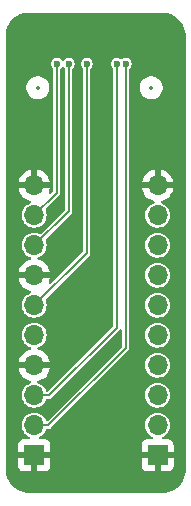
<source format=gbl>
%TF.GenerationSoftware,KiCad,Pcbnew,8.0.1*%
%TF.CreationDate,2024-05-08T00:25:35+01:00*%
%TF.ProjectId,hexpansion-breadboard-adapter,68657870-616e-4736-996f-6e2d62726561,rev?*%
%TF.SameCoordinates,Original*%
%TF.FileFunction,Copper,L2,Bot*%
%TF.FilePolarity,Positive*%
%FSLAX46Y46*%
G04 Gerber Fmt 4.6, Leading zero omitted, Abs format (unit mm)*
G04 Created by KiCad (PCBNEW 8.0.1) date 2024-05-08 00:25:35*
%MOMM*%
%LPD*%
G01*
G04 APERTURE LIST*
%TA.AperFunction,ComponentPad*%
%ADD10R,1.700000X1.700000*%
%TD*%
%TA.AperFunction,ComponentPad*%
%ADD11O,1.700000X1.700000*%
%TD*%
%TA.AperFunction,ViaPad*%
%ADD12C,0.600000*%
%TD*%
%TA.AperFunction,Conductor*%
%ADD13C,0.200000*%
%TD*%
%ADD14C,0.300000*%
%ADD15C,0.350000*%
G04 APERTURE END LIST*
D10*
%TO.P,J3,1,Pin_1*%
%TO.N,/GND*%
X76072997Y-88264999D03*
D11*
%TO.P,J3,2,Pin_2*%
%TO.N,/AH1*%
X76072997Y-85724999D03*
%TO.P,J3,3,Pin_3*%
%TO.N,/AH2*%
X76072997Y-83184999D03*
%TO.P,J3,4,Pin_4*%
%TO.N,/GND*%
X76072997Y-80644999D03*
%TO.P,J3,5,Pin_5*%
%TO.N,/PORTA_3V3*%
X76072997Y-78104999D03*
%TO.P,J3,6,Pin_6*%
X76072997Y-75564999D03*
%TO.P,J3,7,Pin_7*%
%TO.N,/GND*%
X76072997Y-73024999D03*
%TO.P,J3,8,Pin_8*%
%TO.N,/AH3*%
X76072997Y-70484999D03*
%TO.P,J3,9,Pin_9*%
%TO.N,/AH4*%
X76072997Y-67944999D03*
%TO.P,J3,10,Pin_10*%
%TO.N,/GND*%
X76072997Y-65404999D03*
%TD*%
D10*
%TO.P,J2,1,Pin_1*%
%TO.N,/GND*%
X86514997Y-88265001D03*
D11*
%TO.P,J2,2,Pin_2*%
%TO.N,/ALS1*%
X86514997Y-85725001D03*
%TO.P,J2,3,Pin_3*%
%TO.N,/ALS2*%
X86514997Y-83185001D03*
%TO.P,J2,4,Pin_4*%
%TO.N,/SDA_A*%
X86514997Y-80645001D03*
%TO.P,J2,5,Pin_5*%
%TO.N,/SCL_A*%
X86514997Y-78105001D03*
%TO.P,J2,6,Pin_6*%
%TO.N,/A_NDET*%
X86514997Y-75565001D03*
%TO.P,J2,7,Pin_7*%
%TO.N,/ALS3*%
X86514997Y-73025001D03*
%TO.P,J2,8,Pin_8*%
%TO.N,/ALS4*%
X86514997Y-70485001D03*
%TO.P,J2,9,Pin_9*%
%TO.N,/ALS5*%
X86514997Y-67945001D03*
%TO.P,J2,10,Pin_10*%
%TO.N,/GND*%
X86514997Y-65405001D03*
%TD*%
D12*
%TO.N,/AH1*%
X83820000Y-55118000D03*
%TO.N,/AH2*%
X83058000Y-55118000D03*
%TO.N,/PORTA_3V3*%
X80518000Y-55118000D03*
%TO.N,/AH3*%
X78994000Y-55118000D03*
%TO.N,/AH4*%
X77978000Y-55118000D03*
%TD*%
D13*
%TO.N,/AH1*%
X77275078Y-85724999D02*
X76072997Y-85724999D01*
X83820000Y-79180077D02*
X77275078Y-85724999D01*
X83820000Y-55118000D02*
X83820000Y-79180077D01*
%TO.N,/AH2*%
X77343001Y-83184999D02*
X76072997Y-83184999D01*
X83058000Y-77470000D02*
X77343001Y-83184999D01*
X83058000Y-55118000D02*
X83058000Y-77470000D01*
%TO.N,/PORTA_3V3*%
X80518000Y-55118000D02*
X80518000Y-71119996D01*
X80518000Y-71119996D02*
X76072997Y-75564999D01*
%TO.N,/AH3*%
X76072997Y-70484999D02*
X78994000Y-67563996D01*
X78994000Y-67563996D02*
X78994000Y-55118000D01*
%TO.N,/AH4*%
X77978000Y-66039996D02*
X76072997Y-67944999D01*
X77978000Y-55118000D02*
X77978000Y-66039996D01*
%TD*%
%TA.AperFunction,Conductor*%
%TO.N,/GND*%
G36*
X86998437Y-50800194D02*
G01*
X87125420Y-50807326D01*
X87140430Y-50809091D01*
X87396467Y-50855180D01*
X87413184Y-50859409D01*
X87583431Y-50915332D01*
X87659305Y-50940255D01*
X87675284Y-50946767D01*
X87907806Y-51060998D01*
X87922722Y-51069663D01*
X88137135Y-51215069D01*
X88150708Y-51225725D01*
X88342852Y-51399482D01*
X88354809Y-51411912D01*
X88520988Y-51610678D01*
X88531092Y-51624633D01*
X88668068Y-51844543D01*
X88676145Y-51859781D01*
X88781258Y-52096559D01*
X88787145Y-52112780D01*
X88858369Y-52361853D01*
X88861948Y-52378733D01*
X88898058Y-52636365D01*
X88899239Y-52651433D01*
X88901478Y-52780934D01*
X88901497Y-52783083D01*
X88900000Y-89533912D01*
X88899980Y-89536119D01*
X88897711Y-89663315D01*
X88896469Y-89678750D01*
X88860103Y-89931677D01*
X88856342Y-89948964D01*
X88784667Y-90193070D01*
X88778484Y-90209648D01*
X88672798Y-90441066D01*
X88664320Y-90456593D01*
X88526774Y-90670620D01*
X88516171Y-90684784D01*
X88349566Y-90877056D01*
X88337056Y-90889566D01*
X88144784Y-91056171D01*
X88130620Y-91066774D01*
X87916593Y-91204320D01*
X87901066Y-91212798D01*
X87669648Y-91318484D01*
X87653070Y-91324667D01*
X87408964Y-91396342D01*
X87391677Y-91400103D01*
X87138750Y-91436469D01*
X87123315Y-91437711D01*
X86999693Y-91439916D01*
X86996120Y-91439980D01*
X86993910Y-91440000D01*
X75643082Y-91440000D01*
X75640979Y-91439982D01*
X75635048Y-91439881D01*
X75508260Y-91437729D01*
X75492720Y-91436485D01*
X75228941Y-91398564D01*
X75211652Y-91394803D01*
X74956962Y-91320022D01*
X74940386Y-91313840D01*
X74733543Y-91219381D01*
X74698938Y-91203578D01*
X74683411Y-91195100D01*
X74460110Y-91051594D01*
X74445946Y-91040991D01*
X74245343Y-90867168D01*
X74232833Y-90854658D01*
X74059009Y-90654054D01*
X74048407Y-90639890D01*
X73904901Y-90416590D01*
X73896424Y-90401068D01*
X73786160Y-90159615D01*
X73779977Y-90143039D01*
X73722994Y-89948964D01*
X73705194Y-89888341D01*
X73701436Y-89871059D01*
X73673789Y-89678750D01*
X73663513Y-89607274D01*
X73662270Y-89591740D01*
X73661703Y-89558353D01*
X73660018Y-89459023D01*
X73660000Y-89456919D01*
X73660000Y-89162843D01*
X74722997Y-89162843D01*
X74729398Y-89222371D01*
X74729400Y-89222378D01*
X74779642Y-89357085D01*
X74779646Y-89357092D01*
X74865806Y-89472186D01*
X74865809Y-89472189D01*
X74980903Y-89558349D01*
X74980910Y-89558353D01*
X75115617Y-89608595D01*
X75115624Y-89608597D01*
X75175152Y-89614998D01*
X75175169Y-89614999D01*
X75822997Y-89614999D01*
X75822997Y-88698011D01*
X75880004Y-88730924D01*
X76007171Y-88764999D01*
X76138823Y-88764999D01*
X76265990Y-88730924D01*
X76322997Y-88698011D01*
X76322997Y-89614999D01*
X76970825Y-89614999D01*
X76970841Y-89614998D01*
X77030369Y-89608597D01*
X77030376Y-89608595D01*
X77165083Y-89558353D01*
X77165090Y-89558349D01*
X77280184Y-89472189D01*
X77280187Y-89472186D01*
X77366347Y-89357092D01*
X77366351Y-89357085D01*
X77416593Y-89222378D01*
X77416595Y-89222371D01*
X77422996Y-89162845D01*
X85164997Y-89162845D01*
X85171398Y-89222373D01*
X85171400Y-89222380D01*
X85221642Y-89357087D01*
X85221646Y-89357094D01*
X85307806Y-89472188D01*
X85307809Y-89472191D01*
X85422903Y-89558351D01*
X85422910Y-89558355D01*
X85557617Y-89608597D01*
X85557624Y-89608599D01*
X85617152Y-89615000D01*
X85617169Y-89615001D01*
X86264997Y-89615001D01*
X86264997Y-88698013D01*
X86322004Y-88730926D01*
X86449171Y-88765001D01*
X86580823Y-88765001D01*
X86707990Y-88730926D01*
X86764997Y-88698013D01*
X86764997Y-89615001D01*
X87412825Y-89615001D01*
X87412841Y-89615000D01*
X87472369Y-89608599D01*
X87472376Y-89608597D01*
X87607083Y-89558355D01*
X87607090Y-89558351D01*
X87722184Y-89472191D01*
X87722187Y-89472188D01*
X87808347Y-89357094D01*
X87808351Y-89357087D01*
X87858593Y-89222380D01*
X87858595Y-89222373D01*
X87864996Y-89162845D01*
X87864997Y-89162828D01*
X87864997Y-88515001D01*
X86948009Y-88515001D01*
X86980922Y-88457994D01*
X87014997Y-88330827D01*
X87014997Y-88199175D01*
X86980922Y-88072008D01*
X86948009Y-88015001D01*
X87864997Y-88015001D01*
X87864997Y-87367173D01*
X87864996Y-87367156D01*
X87858595Y-87307628D01*
X87858593Y-87307621D01*
X87808351Y-87172914D01*
X87808347Y-87172907D01*
X87722187Y-87057813D01*
X87722184Y-87057810D01*
X87607090Y-86971650D01*
X87607083Y-86971646D01*
X87472376Y-86921404D01*
X87472369Y-86921402D01*
X87412841Y-86915001D01*
X87012184Y-86915001D01*
X86945145Y-86895316D01*
X86899390Y-86842512D01*
X86889446Y-86773354D01*
X86918471Y-86709798D01*
X86953730Y-86681643D01*
X86953734Y-86681641D01*
X87101447Y-86602686D01*
X87261407Y-86471411D01*
X87392682Y-86311451D01*
X87490229Y-86128955D01*
X87550297Y-85930935D01*
X87570580Y-85725001D01*
X87550297Y-85519067D01*
X87490229Y-85321047D01*
X87392682Y-85138551D01*
X87340699Y-85075210D01*
X87261407Y-84978590D01*
X87101449Y-84847318D01*
X87101450Y-84847318D01*
X87101447Y-84847316D01*
X86918951Y-84749769D01*
X86720931Y-84689701D01*
X86720929Y-84689700D01*
X86720931Y-84689700D01*
X86514997Y-84669418D01*
X86309064Y-84689700D01*
X86133689Y-84742899D01*
X86111047Y-84749768D01*
X86111040Y-84749770D01*
X86000895Y-84808644D01*
X85928547Y-84847316D01*
X85928545Y-84847317D01*
X85928544Y-84847318D01*
X85768586Y-84978590D01*
X85637314Y-85138548D01*
X85539766Y-85321044D01*
X85479696Y-85519068D01*
X85459414Y-85725001D01*
X85479696Y-85930933D01*
X85490171Y-85965463D01*
X85539765Y-86128955D01*
X85637312Y-86311451D01*
X85637314Y-86311453D01*
X85768586Y-86471411D01*
X85865206Y-86550703D01*
X85928547Y-86602686D01*
X86076260Y-86681641D01*
X86076264Y-86681643D01*
X86126108Y-86730606D01*
X86141568Y-86798744D01*
X86117736Y-86864423D01*
X86062178Y-86906792D01*
X86017810Y-86915001D01*
X85617152Y-86915001D01*
X85557624Y-86921402D01*
X85557617Y-86921404D01*
X85422910Y-86971646D01*
X85422903Y-86971650D01*
X85307809Y-87057810D01*
X85307806Y-87057813D01*
X85221646Y-87172907D01*
X85221642Y-87172914D01*
X85171400Y-87307621D01*
X85171398Y-87307628D01*
X85164997Y-87367156D01*
X85164997Y-88015001D01*
X86081985Y-88015001D01*
X86049072Y-88072008D01*
X86014997Y-88199175D01*
X86014997Y-88330827D01*
X86049072Y-88457994D01*
X86081985Y-88515001D01*
X85164997Y-88515001D01*
X85164997Y-89162845D01*
X77422996Y-89162845D01*
X77422996Y-89162843D01*
X77422997Y-89162826D01*
X77422997Y-88514999D01*
X76506009Y-88514999D01*
X76538922Y-88457992D01*
X76572997Y-88330825D01*
X76572997Y-88199173D01*
X76538922Y-88072006D01*
X76506009Y-88014999D01*
X77422997Y-88014999D01*
X77422997Y-87367171D01*
X77422996Y-87367154D01*
X77416595Y-87307626D01*
X77416593Y-87307619D01*
X77366351Y-87172912D01*
X77366347Y-87172905D01*
X77280187Y-87057811D01*
X77280184Y-87057808D01*
X77165090Y-86971648D01*
X77165083Y-86971644D01*
X77030376Y-86921402D01*
X77030369Y-86921400D01*
X76970841Y-86914999D01*
X76570184Y-86914999D01*
X76503145Y-86895314D01*
X76457390Y-86842510D01*
X76447446Y-86773352D01*
X76476471Y-86709796D01*
X76511730Y-86681641D01*
X76659447Y-86602684D01*
X76819407Y-86471409D01*
X76950682Y-86311449D01*
X77048229Y-86128953D01*
X77052916Y-86113502D01*
X77091214Y-86055064D01*
X77155027Y-86026608D01*
X77171576Y-86025499D01*
X77314638Y-86025499D01*
X77314640Y-86025499D01*
X77391067Y-86005020D01*
X77459589Y-85965459D01*
X77515538Y-85909510D01*
X80240047Y-83185001D01*
X85459414Y-83185001D01*
X85479696Y-83390933D01*
X85490171Y-83425463D01*
X85539765Y-83588955D01*
X85637312Y-83771451D01*
X85637314Y-83771453D01*
X85768586Y-83931411D01*
X85865206Y-84010703D01*
X85928547Y-84062686D01*
X86111043Y-84160233D01*
X86309063Y-84220301D01*
X86309062Y-84220301D01*
X86327526Y-84222119D01*
X86514997Y-84240584D01*
X86720931Y-84220301D01*
X86918951Y-84160233D01*
X87101447Y-84062686D01*
X87261407Y-83931411D01*
X87392682Y-83771451D01*
X87490229Y-83588955D01*
X87550297Y-83390935D01*
X87570580Y-83185001D01*
X87550297Y-82979067D01*
X87490229Y-82781047D01*
X87392682Y-82598551D01*
X87340699Y-82535210D01*
X87261407Y-82438590D01*
X87101449Y-82307318D01*
X87101450Y-82307318D01*
X87101447Y-82307316D01*
X86918951Y-82209769D01*
X86720931Y-82149701D01*
X86720929Y-82149700D01*
X86720931Y-82149700D01*
X86514997Y-82129418D01*
X86309064Y-82149700D01*
X86177558Y-82189592D01*
X86111047Y-82209768D01*
X86111040Y-82209770D01*
X86000895Y-82268644D01*
X85928547Y-82307316D01*
X85928545Y-82307317D01*
X85928544Y-82307318D01*
X85768586Y-82438590D01*
X85637314Y-82598548D01*
X85539766Y-82781044D01*
X85479696Y-82979068D01*
X85459414Y-83185001D01*
X80240047Y-83185001D01*
X82780047Y-80645001D01*
X85459414Y-80645001D01*
X85479696Y-80850933D01*
X85509731Y-80949945D01*
X85539765Y-81048955D01*
X85637312Y-81231451D01*
X85637314Y-81231453D01*
X85768586Y-81391411D01*
X85865206Y-81470703D01*
X85928547Y-81522686D01*
X86111043Y-81620233D01*
X86309063Y-81680301D01*
X86309062Y-81680301D01*
X86327526Y-81682119D01*
X86514997Y-81700584D01*
X86720931Y-81680301D01*
X86918951Y-81620233D01*
X87101447Y-81522686D01*
X87261407Y-81391411D01*
X87392682Y-81231451D01*
X87490229Y-81048955D01*
X87550297Y-80850935D01*
X87570580Y-80645001D01*
X87550297Y-80439067D01*
X87490229Y-80241047D01*
X87392682Y-80058551D01*
X87317894Y-79967421D01*
X87261407Y-79898590D01*
X87109500Y-79773925D01*
X87101447Y-79767316D01*
X86918951Y-79669769D01*
X86720931Y-79609701D01*
X86720929Y-79609700D01*
X86720931Y-79609700D01*
X86514997Y-79589418D01*
X86309064Y-79609700D01*
X86111040Y-79669770D01*
X86000895Y-79728644D01*
X85928547Y-79767316D01*
X85928545Y-79767317D01*
X85928544Y-79767318D01*
X85768586Y-79898590D01*
X85637314Y-80058548D01*
X85539766Y-80241044D01*
X85479696Y-80439068D01*
X85459414Y-80645001D01*
X82780047Y-80645001D01*
X84060460Y-79364588D01*
X84100021Y-79296066D01*
X84120500Y-79219639D01*
X84120500Y-78105001D01*
X85459414Y-78105001D01*
X85479696Y-78310933D01*
X85479697Y-78310935D01*
X85539765Y-78508955D01*
X85637312Y-78691451D01*
X85637314Y-78691453D01*
X85768586Y-78851411D01*
X85865206Y-78930703D01*
X85928547Y-78982686D01*
X86111043Y-79080233D01*
X86309063Y-79140301D01*
X86309062Y-79140301D01*
X86327526Y-79142119D01*
X86514997Y-79160584D01*
X86720931Y-79140301D01*
X86918951Y-79080233D01*
X87101447Y-78982686D01*
X87261407Y-78851411D01*
X87392682Y-78691451D01*
X87490229Y-78508955D01*
X87550297Y-78310935D01*
X87570580Y-78105001D01*
X87550297Y-77899067D01*
X87490229Y-77701047D01*
X87392682Y-77518551D01*
X87340699Y-77455210D01*
X87261407Y-77358590D01*
X87101449Y-77227318D01*
X87101450Y-77227318D01*
X87101447Y-77227316D01*
X86918951Y-77129769D01*
X86720931Y-77069701D01*
X86720929Y-77069700D01*
X86720931Y-77069700D01*
X86514997Y-77049418D01*
X86309064Y-77069700D01*
X86133689Y-77122899D01*
X86111047Y-77129768D01*
X86111040Y-77129770D01*
X86000895Y-77188644D01*
X85928547Y-77227316D01*
X85928545Y-77227317D01*
X85928544Y-77227318D01*
X85768586Y-77358590D01*
X85637314Y-77518548D01*
X85539766Y-77701044D01*
X85479696Y-77899068D01*
X85459414Y-78105001D01*
X84120500Y-78105001D01*
X84120500Y-75565001D01*
X85459414Y-75565001D01*
X85479696Y-75770933D01*
X85479697Y-75770935D01*
X85539765Y-75968955D01*
X85637312Y-76151451D01*
X85637314Y-76151453D01*
X85768586Y-76311411D01*
X85865206Y-76390703D01*
X85928547Y-76442686D01*
X86111043Y-76540233D01*
X86309063Y-76600301D01*
X86309062Y-76600301D01*
X86327526Y-76602119D01*
X86514997Y-76620584D01*
X86720931Y-76600301D01*
X86918951Y-76540233D01*
X87101447Y-76442686D01*
X87261407Y-76311411D01*
X87392682Y-76151451D01*
X87490229Y-75968955D01*
X87550297Y-75770935D01*
X87570580Y-75565001D01*
X87550297Y-75359067D01*
X87490229Y-75161047D01*
X87392682Y-74978551D01*
X87340699Y-74915210D01*
X87261407Y-74818590D01*
X87101449Y-74687318D01*
X87101450Y-74687318D01*
X87101447Y-74687316D01*
X86918951Y-74589769D01*
X86720931Y-74529701D01*
X86720929Y-74529700D01*
X86720931Y-74529700D01*
X86514997Y-74509418D01*
X86309064Y-74529700D01*
X86111040Y-74589770D01*
X86015704Y-74640729D01*
X85928547Y-74687316D01*
X85928545Y-74687317D01*
X85928544Y-74687318D01*
X85768586Y-74818590D01*
X85637314Y-74978548D01*
X85539766Y-75161044D01*
X85479696Y-75359068D01*
X85459414Y-75565001D01*
X84120500Y-75565001D01*
X84120500Y-73025001D01*
X85459414Y-73025001D01*
X85479696Y-73230933D01*
X85509731Y-73329945D01*
X85539765Y-73428955D01*
X85637312Y-73611451D01*
X85637314Y-73611453D01*
X85768586Y-73771411D01*
X85865206Y-73850703D01*
X85928547Y-73902686D01*
X86111043Y-74000233D01*
X86309063Y-74060301D01*
X86309062Y-74060301D01*
X86327526Y-74062119D01*
X86514997Y-74080584D01*
X86720931Y-74060301D01*
X86918951Y-74000233D01*
X87101447Y-73902686D01*
X87261407Y-73771411D01*
X87392682Y-73611451D01*
X87490229Y-73428955D01*
X87550297Y-73230935D01*
X87570580Y-73025001D01*
X87550297Y-72819067D01*
X87490229Y-72621047D01*
X87392682Y-72438551D01*
X87317894Y-72347421D01*
X87261407Y-72278590D01*
X87109500Y-72153925D01*
X87101447Y-72147316D01*
X86918951Y-72049769D01*
X86720931Y-71989701D01*
X86720929Y-71989700D01*
X86720931Y-71989700D01*
X86514997Y-71969418D01*
X86309064Y-71989700D01*
X86111040Y-72049770D01*
X86000895Y-72108644D01*
X85928547Y-72147316D01*
X85928545Y-72147317D01*
X85928544Y-72147318D01*
X85768586Y-72278590D01*
X85637314Y-72438548D01*
X85539766Y-72621044D01*
X85479696Y-72819068D01*
X85459414Y-73025001D01*
X84120500Y-73025001D01*
X84120500Y-70485001D01*
X85459414Y-70485001D01*
X85479696Y-70690933D01*
X85479697Y-70690935D01*
X85539765Y-70888955D01*
X85637312Y-71071451D01*
X85637314Y-71071453D01*
X85768586Y-71231411D01*
X85774160Y-71235985D01*
X85928547Y-71362686D01*
X86111043Y-71460233D01*
X86309063Y-71520301D01*
X86309062Y-71520301D01*
X86327526Y-71522119D01*
X86514997Y-71540584D01*
X86720931Y-71520301D01*
X86918951Y-71460233D01*
X87101447Y-71362686D01*
X87261407Y-71231411D01*
X87392682Y-71071451D01*
X87490229Y-70888955D01*
X87550297Y-70690935D01*
X87570580Y-70485001D01*
X87550297Y-70279067D01*
X87490229Y-70081047D01*
X87392682Y-69898551D01*
X87340699Y-69835210D01*
X87261407Y-69738590D01*
X87101449Y-69607318D01*
X87101450Y-69607318D01*
X87101447Y-69607316D01*
X86918951Y-69509769D01*
X86720931Y-69449701D01*
X86720929Y-69449700D01*
X86720931Y-69449700D01*
X86514997Y-69429418D01*
X86309064Y-69449700D01*
X86157423Y-69495700D01*
X86111047Y-69509768D01*
X86111040Y-69509770D01*
X86015704Y-69560729D01*
X85928547Y-69607316D01*
X85928545Y-69607317D01*
X85928544Y-69607318D01*
X85768586Y-69738590D01*
X85637314Y-69898548D01*
X85637313Y-69898549D01*
X85637312Y-69898551D01*
X85598640Y-69970899D01*
X85539766Y-70081044D01*
X85479696Y-70279068D01*
X85459414Y-70485001D01*
X84120500Y-70485001D01*
X84120500Y-65655001D01*
X85184361Y-65655001D01*
X85241564Y-65868487D01*
X85241567Y-65868493D01*
X85341396Y-66082579D01*
X85476891Y-66276083D01*
X85643914Y-66443106D01*
X85837418Y-66578601D01*
X86051504Y-66678430D01*
X86051513Y-66678434D01*
X86173646Y-66711159D01*
X86233307Y-66747524D01*
X86263836Y-66810370D01*
X86255542Y-66879746D01*
X86211056Y-66933624D01*
X86177549Y-66949594D01*
X86111043Y-66969768D01*
X86015704Y-67020729D01*
X85928547Y-67067316D01*
X85928545Y-67067317D01*
X85928544Y-67067318D01*
X85768586Y-67198590D01*
X85637314Y-67358548D01*
X85637313Y-67358549D01*
X85637312Y-67358551D01*
X85598640Y-67430899D01*
X85539766Y-67541044D01*
X85479696Y-67739068D01*
X85459414Y-67945001D01*
X85479696Y-68150933D01*
X85479697Y-68150935D01*
X85539765Y-68348955D01*
X85637312Y-68531451D01*
X85637314Y-68531453D01*
X85768586Y-68691411D01*
X85865206Y-68770703D01*
X85928547Y-68822686D01*
X86111043Y-68920233D01*
X86309063Y-68980301D01*
X86309062Y-68980301D01*
X86327526Y-68982119D01*
X86514997Y-69000584D01*
X86720931Y-68980301D01*
X86918951Y-68920233D01*
X87101447Y-68822686D01*
X87261407Y-68691411D01*
X87392682Y-68531451D01*
X87490229Y-68348955D01*
X87550297Y-68150935D01*
X87570580Y-67945001D01*
X87550297Y-67739067D01*
X87490229Y-67541047D01*
X87392682Y-67358551D01*
X87340699Y-67295210D01*
X87261407Y-67198590D01*
X87101449Y-67067318D01*
X87101450Y-67067318D01*
X87101447Y-67067316D01*
X86918951Y-66969769D01*
X86852444Y-66949594D01*
X86794006Y-66911297D01*
X86765550Y-66847485D01*
X86776110Y-66778418D01*
X86822334Y-66726024D01*
X86856347Y-66711159D01*
X86978480Y-66678434D01*
X86978489Y-66678430D01*
X87192575Y-66578601D01*
X87386079Y-66443106D01*
X87553102Y-66276083D01*
X87688597Y-66082579D01*
X87788426Y-65868493D01*
X87788429Y-65868487D01*
X87845633Y-65655001D01*
X86948009Y-65655001D01*
X86980922Y-65597994D01*
X87014997Y-65470827D01*
X87014997Y-65339175D01*
X86980922Y-65212008D01*
X86948009Y-65155001D01*
X87845633Y-65155001D01*
X87845632Y-65155000D01*
X87788429Y-64941514D01*
X87788426Y-64941508D01*
X87688597Y-64727423D01*
X87688596Y-64727421D01*
X87553110Y-64533927D01*
X87553105Y-64533921D01*
X87386079Y-64366895D01*
X87192575Y-64231400D01*
X86978489Y-64131571D01*
X86978483Y-64131568D01*
X86764997Y-64074365D01*
X86764997Y-64971989D01*
X86707990Y-64939076D01*
X86580823Y-64905001D01*
X86449171Y-64905001D01*
X86322004Y-64939076D01*
X86264997Y-64971989D01*
X86264997Y-64074365D01*
X86264996Y-64074365D01*
X86051510Y-64131568D01*
X86051504Y-64131571D01*
X85837419Y-64231400D01*
X85837417Y-64231401D01*
X85643923Y-64366887D01*
X85643917Y-64366892D01*
X85476888Y-64533921D01*
X85476883Y-64533927D01*
X85341397Y-64727421D01*
X85341396Y-64727423D01*
X85241567Y-64941508D01*
X85241564Y-64941514D01*
X85184361Y-65155000D01*
X85184361Y-65155001D01*
X86081985Y-65155001D01*
X86049072Y-65212008D01*
X86014997Y-65339175D01*
X86014997Y-65470827D01*
X86049072Y-65597994D01*
X86081985Y-65655001D01*
X85184361Y-65655001D01*
X84120500Y-65655001D01*
X84120500Y-57246082D01*
X84995450Y-57246082D01*
X85032936Y-57434535D01*
X85032939Y-57434547D01*
X85106470Y-57612068D01*
X85106471Y-57612070D01*
X85213229Y-57771844D01*
X85213232Y-57771848D01*
X85349101Y-57907717D01*
X85349105Y-57907720D01*
X85508877Y-58014477D01*
X85508878Y-58014477D01*
X85508879Y-58014478D01*
X85508881Y-58014479D01*
X85686402Y-58088010D01*
X85686407Y-58088012D01*
X85874867Y-58125499D01*
X85874870Y-58125500D01*
X85874872Y-58125500D01*
X86067030Y-58125500D01*
X86067031Y-58125499D01*
X86255493Y-58088012D01*
X86433023Y-58014477D01*
X86592795Y-57907720D01*
X86728670Y-57771845D01*
X86835427Y-57612073D01*
X86908962Y-57434543D01*
X86946450Y-57246078D01*
X86946450Y-57053922D01*
X86946450Y-57053919D01*
X86946449Y-57053917D01*
X86908963Y-56865464D01*
X86908962Y-56865457D01*
X86835427Y-56687927D01*
X86728670Y-56528155D01*
X86728667Y-56528151D01*
X86592798Y-56392282D01*
X86592794Y-56392279D01*
X86433020Y-56285521D01*
X86433018Y-56285520D01*
X86255497Y-56211989D01*
X86255485Y-56211986D01*
X86067031Y-56174500D01*
X86067028Y-56174500D01*
X85874872Y-56174500D01*
X85874869Y-56174500D01*
X85686414Y-56211986D01*
X85686402Y-56211989D01*
X85508881Y-56285520D01*
X85508879Y-56285521D01*
X85349105Y-56392279D01*
X85349101Y-56392282D01*
X85213232Y-56528151D01*
X85213229Y-56528155D01*
X85106471Y-56687929D01*
X85106470Y-56687931D01*
X85032939Y-56865452D01*
X85032936Y-56865464D01*
X84995450Y-57053917D01*
X84995450Y-57246082D01*
X84120500Y-57246082D01*
X84120500Y-55581738D01*
X84140185Y-55514699D01*
X84150787Y-55500535D01*
X84151124Y-55500144D01*
X84151128Y-55500143D01*
X84245377Y-55391373D01*
X84305165Y-55260457D01*
X84325647Y-55118000D01*
X84305165Y-54975543D01*
X84245377Y-54844627D01*
X84151128Y-54735857D01*
X84030053Y-54658047D01*
X84030051Y-54658046D01*
X84030049Y-54658045D01*
X84030050Y-54658045D01*
X83891963Y-54617500D01*
X83891961Y-54617500D01*
X83748039Y-54617500D01*
X83748036Y-54617500D01*
X83609949Y-54658045D01*
X83506039Y-54724824D01*
X83438999Y-54744508D01*
X83371961Y-54724824D01*
X83268050Y-54658045D01*
X83129963Y-54617500D01*
X83129961Y-54617500D01*
X82986039Y-54617500D01*
X82986036Y-54617500D01*
X82847949Y-54658045D01*
X82726873Y-54735856D01*
X82632623Y-54844626D01*
X82632622Y-54844628D01*
X82572834Y-54975543D01*
X82552353Y-55118000D01*
X82572834Y-55260456D01*
X82621217Y-55366397D01*
X82632623Y-55391373D01*
X82726872Y-55500143D01*
X82726875Y-55500144D01*
X82727213Y-55500535D01*
X82756238Y-55564091D01*
X82757500Y-55581738D01*
X82757500Y-77294167D01*
X82737815Y-77361206D01*
X82721181Y-77381848D01*
X77258230Y-82844798D01*
X77196907Y-82878283D01*
X77127215Y-82873299D01*
X77071282Y-82831427D01*
X77051890Y-82793114D01*
X77048229Y-82781045D01*
X76950682Y-82598549D01*
X76819409Y-82438591D01*
X76819407Y-82438588D01*
X76701674Y-82341968D01*
X76659447Y-82307314D01*
X76476951Y-82209767D01*
X76410444Y-82189592D01*
X76352006Y-82151295D01*
X76323550Y-82087483D01*
X76334110Y-82018416D01*
X76380334Y-81966022D01*
X76414347Y-81951157D01*
X76536480Y-81918432D01*
X76536489Y-81918428D01*
X76750575Y-81818599D01*
X76944079Y-81683104D01*
X77111102Y-81516081D01*
X77246597Y-81322577D01*
X77346426Y-81108491D01*
X77346429Y-81108485D01*
X77403633Y-80894999D01*
X76506009Y-80894999D01*
X76538922Y-80837992D01*
X76572997Y-80710825D01*
X76572997Y-80579173D01*
X76538922Y-80452006D01*
X76506009Y-80394999D01*
X77403633Y-80394999D01*
X77403632Y-80394998D01*
X77346429Y-80181512D01*
X77346426Y-80181506D01*
X77246597Y-79967421D01*
X77246596Y-79967419D01*
X77111110Y-79773925D01*
X77111105Y-79773919D01*
X76944079Y-79606893D01*
X76750575Y-79471398D01*
X76536489Y-79371569D01*
X76536483Y-79371566D01*
X76414346Y-79338840D01*
X76354686Y-79302475D01*
X76324157Y-79239628D01*
X76332452Y-79170252D01*
X76376937Y-79116374D01*
X76410441Y-79100406D01*
X76476951Y-79080231D01*
X76659447Y-78982684D01*
X76819407Y-78851409D01*
X76950682Y-78691449D01*
X77048229Y-78508953D01*
X77108297Y-78310933D01*
X77128580Y-78104999D01*
X77108297Y-77899065D01*
X77048229Y-77701045D01*
X76950682Y-77518549D01*
X76898699Y-77455208D01*
X76819407Y-77358588D01*
X76701674Y-77261968D01*
X76659447Y-77227314D01*
X76476951Y-77129767D01*
X76278931Y-77069699D01*
X76278929Y-77069698D01*
X76278931Y-77069698D01*
X76072997Y-77049416D01*
X75867064Y-77069698D01*
X75669040Y-77129768D01*
X75558895Y-77188642D01*
X75486547Y-77227314D01*
X75486545Y-77227315D01*
X75486544Y-77227316D01*
X75326586Y-77358588D01*
X75195314Y-77518546D01*
X75097766Y-77701042D01*
X75037696Y-77899066D01*
X75017414Y-78104999D01*
X75037696Y-78310931D01*
X75067731Y-78409943D01*
X75097765Y-78508953D01*
X75195312Y-78691449D01*
X75229966Y-78733676D01*
X75326586Y-78851409D01*
X75423206Y-78930701D01*
X75486547Y-78982684D01*
X75669043Y-79080231D01*
X75735548Y-79100404D01*
X75793986Y-79138701D01*
X75822443Y-79202513D01*
X75811884Y-79271580D01*
X75765660Y-79323974D01*
X75731647Y-79338840D01*
X75609511Y-79371566D01*
X75609504Y-79371569D01*
X75395419Y-79471398D01*
X75395417Y-79471399D01*
X75201923Y-79606885D01*
X75201917Y-79606890D01*
X75034888Y-79773919D01*
X75034883Y-79773925D01*
X74899397Y-79967419D01*
X74899396Y-79967421D01*
X74799567Y-80181506D01*
X74799564Y-80181512D01*
X74742361Y-80394998D01*
X74742361Y-80394999D01*
X75639985Y-80394999D01*
X75607072Y-80452006D01*
X75572997Y-80579173D01*
X75572997Y-80710825D01*
X75607072Y-80837992D01*
X75639985Y-80894999D01*
X74742361Y-80894999D01*
X74799564Y-81108485D01*
X74799567Y-81108491D01*
X74899396Y-81322577D01*
X75034891Y-81516081D01*
X75201914Y-81683104D01*
X75395418Y-81818599D01*
X75609504Y-81918428D01*
X75609513Y-81918432D01*
X75731646Y-81951157D01*
X75791307Y-81987522D01*
X75821836Y-82050368D01*
X75813542Y-82119744D01*
X75769056Y-82173622D01*
X75735549Y-82189592D01*
X75669043Y-82209766D01*
X75538355Y-82279621D01*
X75486547Y-82307314D01*
X75486545Y-82307315D01*
X75486544Y-82307316D01*
X75326586Y-82438588D01*
X75195314Y-82598546D01*
X75097766Y-82781042D01*
X75037696Y-82979066D01*
X75017414Y-83184999D01*
X75037696Y-83390931D01*
X75060170Y-83465019D01*
X75097765Y-83588953D01*
X75195312Y-83771449D01*
X75229966Y-83813676D01*
X75326586Y-83931409D01*
X75423206Y-84010701D01*
X75486547Y-84062684D01*
X75669043Y-84160231D01*
X75867063Y-84220299D01*
X75867062Y-84220299D01*
X75885526Y-84222117D01*
X76072997Y-84240582D01*
X76278931Y-84220299D01*
X76476951Y-84160231D01*
X76659447Y-84062684D01*
X76819407Y-83931409D01*
X76950682Y-83771449D01*
X77048229Y-83588953D01*
X77052916Y-83573502D01*
X77091214Y-83515064D01*
X77155027Y-83486608D01*
X77171576Y-83485499D01*
X77382561Y-83485499D01*
X77382563Y-83485499D01*
X77458990Y-83465020D01*
X77527512Y-83425459D01*
X77583461Y-83369510D01*
X83298460Y-77654511D01*
X83298460Y-77654510D01*
X83304207Y-77648764D01*
X83305544Y-77650101D01*
X83353555Y-77615048D01*
X83423301Y-77610895D01*
X83484221Y-77645109D01*
X83516972Y-77706827D01*
X83519500Y-77731738D01*
X83519500Y-79004244D01*
X83499815Y-79071283D01*
X83483181Y-79091925D01*
X77238150Y-85336955D01*
X77176827Y-85370440D01*
X77107135Y-85365456D01*
X77051202Y-85323584D01*
X77041111Y-85307728D01*
X77032485Y-85291590D01*
X76950682Y-85138549D01*
X76819409Y-84978591D01*
X76819407Y-84978588D01*
X76701674Y-84881968D01*
X76659447Y-84847314D01*
X76476951Y-84749767D01*
X76278931Y-84689699D01*
X76278929Y-84689698D01*
X76278931Y-84689698D01*
X76072997Y-84669416D01*
X75867064Y-84689698D01*
X75669040Y-84749768D01*
X75558895Y-84808642D01*
X75486547Y-84847314D01*
X75486545Y-84847315D01*
X75486544Y-84847316D01*
X75326586Y-84978588D01*
X75195314Y-85138546D01*
X75097766Y-85321042D01*
X75037696Y-85519066D01*
X75017414Y-85724999D01*
X75037696Y-85930931D01*
X75060170Y-86005019D01*
X75097765Y-86128953D01*
X75195312Y-86311449D01*
X75229966Y-86353676D01*
X75326586Y-86471409D01*
X75423206Y-86550701D01*
X75486547Y-86602684D01*
X75634264Y-86681641D01*
X75684108Y-86730604D01*
X75699568Y-86798742D01*
X75675736Y-86864421D01*
X75620178Y-86906790D01*
X75575810Y-86914999D01*
X75175152Y-86914999D01*
X75115624Y-86921400D01*
X75115617Y-86921402D01*
X74980910Y-86971644D01*
X74980903Y-86971648D01*
X74865809Y-87057808D01*
X74865806Y-87057811D01*
X74779646Y-87172905D01*
X74779642Y-87172912D01*
X74729400Y-87307619D01*
X74729398Y-87307626D01*
X74722997Y-87367154D01*
X74722997Y-88014999D01*
X75639985Y-88014999D01*
X75607072Y-88072006D01*
X75572997Y-88199173D01*
X75572997Y-88330825D01*
X75607072Y-88457992D01*
X75639985Y-88514999D01*
X74722997Y-88514999D01*
X74722997Y-89162843D01*
X73660000Y-89162843D01*
X73660000Y-73274999D01*
X74742361Y-73274999D01*
X74799564Y-73488485D01*
X74799567Y-73488491D01*
X74899396Y-73702577D01*
X75034891Y-73896081D01*
X75201914Y-74063104D01*
X75395418Y-74198599D01*
X75609504Y-74298428D01*
X75609513Y-74298432D01*
X75731646Y-74331157D01*
X75791307Y-74367522D01*
X75821836Y-74430368D01*
X75813542Y-74499744D01*
X75769056Y-74553622D01*
X75735549Y-74569592D01*
X75669043Y-74589766D01*
X75538355Y-74659621D01*
X75486547Y-74687314D01*
X75486545Y-74687315D01*
X75486544Y-74687316D01*
X75326586Y-74818588D01*
X75195314Y-74978546D01*
X75097766Y-75161042D01*
X75037696Y-75359066D01*
X75017414Y-75564999D01*
X75037696Y-75770931D01*
X75067731Y-75869943D01*
X75097765Y-75968953D01*
X75195312Y-76151449D01*
X75229966Y-76193676D01*
X75326586Y-76311409D01*
X75423206Y-76390701D01*
X75486547Y-76442684D01*
X75669043Y-76540231D01*
X75867063Y-76600299D01*
X75867062Y-76600299D01*
X75885526Y-76602117D01*
X76072997Y-76620582D01*
X76278931Y-76600299D01*
X76476951Y-76540231D01*
X76659447Y-76442684D01*
X76819407Y-76311409D01*
X76950682Y-76151449D01*
X77048229Y-75968953D01*
X77108297Y-75770933D01*
X77128580Y-75564999D01*
X77108297Y-75359065D01*
X77048229Y-75161045D01*
X77045261Y-75155492D01*
X77040617Y-75146803D01*
X77026376Y-75078400D01*
X77051377Y-75013156D01*
X77062287Y-75000678D01*
X80758460Y-71304507D01*
X80798022Y-71235984D01*
X80818500Y-71159558D01*
X80818500Y-71080434D01*
X80818500Y-55581738D01*
X80838185Y-55514699D01*
X80848787Y-55500535D01*
X80849124Y-55500144D01*
X80849128Y-55500143D01*
X80943377Y-55391373D01*
X81003165Y-55260457D01*
X81023647Y-55118000D01*
X81003165Y-54975543D01*
X80943377Y-54844627D01*
X80849128Y-54735857D01*
X80728053Y-54658047D01*
X80728051Y-54658046D01*
X80728049Y-54658045D01*
X80728050Y-54658045D01*
X80589963Y-54617500D01*
X80589961Y-54617500D01*
X80446039Y-54617500D01*
X80446036Y-54617500D01*
X80307949Y-54658045D01*
X80186873Y-54735856D01*
X80092623Y-54844626D01*
X80092622Y-54844628D01*
X80032834Y-54975543D01*
X80012353Y-55118000D01*
X80032834Y-55260456D01*
X80081217Y-55366397D01*
X80092623Y-55391373D01*
X80186872Y-55500143D01*
X80186875Y-55500144D01*
X80187213Y-55500535D01*
X80216238Y-55564091D01*
X80217500Y-55581738D01*
X80217500Y-70944162D01*
X80197815Y-71011201D01*
X80181181Y-71031843D01*
X77513325Y-73699698D01*
X77452002Y-73733183D01*
X77382310Y-73728199D01*
X77326377Y-73686327D01*
X77301960Y-73620863D01*
X77313262Y-73559611D01*
X77346428Y-73488486D01*
X77346429Y-73488485D01*
X77403633Y-73274999D01*
X76506009Y-73274999D01*
X76538922Y-73217992D01*
X76572997Y-73090825D01*
X76572997Y-72959173D01*
X76538922Y-72832006D01*
X76506009Y-72774999D01*
X77403633Y-72774999D01*
X77403632Y-72774998D01*
X77346429Y-72561512D01*
X77346426Y-72561506D01*
X77246597Y-72347421D01*
X77246596Y-72347419D01*
X77111110Y-72153925D01*
X77111105Y-72153919D01*
X76944079Y-71986893D01*
X76750575Y-71851398D01*
X76536489Y-71751569D01*
X76536483Y-71751566D01*
X76414346Y-71718840D01*
X76354686Y-71682475D01*
X76324157Y-71619628D01*
X76332452Y-71550252D01*
X76376937Y-71496374D01*
X76410441Y-71480406D01*
X76476951Y-71460231D01*
X76659447Y-71362684D01*
X76819407Y-71231409D01*
X76950682Y-71071449D01*
X77048229Y-70888953D01*
X77108297Y-70690933D01*
X77128580Y-70484999D01*
X77108297Y-70279065D01*
X77048229Y-70081045D01*
X77040617Y-70066805D01*
X77026376Y-69998403D01*
X77051376Y-69933159D01*
X77062295Y-69920671D01*
X79234458Y-67748509D01*
X79234460Y-67748507D01*
X79239902Y-67739081D01*
X79239903Y-67739078D01*
X79239911Y-67739065D01*
X79274021Y-67679985D01*
X79294500Y-67603558D01*
X79294500Y-55581738D01*
X79314185Y-55514699D01*
X79324787Y-55500535D01*
X79325124Y-55500144D01*
X79325128Y-55500143D01*
X79419377Y-55391373D01*
X79479165Y-55260457D01*
X79499647Y-55118000D01*
X79479165Y-54975543D01*
X79419377Y-54844627D01*
X79325128Y-54735857D01*
X79204053Y-54658047D01*
X79204051Y-54658046D01*
X79204049Y-54658045D01*
X79204050Y-54658045D01*
X79065963Y-54617500D01*
X79065961Y-54617500D01*
X78922039Y-54617500D01*
X78922036Y-54617500D01*
X78783949Y-54658045D01*
X78662873Y-54735856D01*
X78579713Y-54831828D01*
X78520935Y-54869602D01*
X78451065Y-54869602D01*
X78392287Y-54831828D01*
X78358999Y-54793412D01*
X78309128Y-54735857D01*
X78188053Y-54658047D01*
X78188051Y-54658046D01*
X78188049Y-54658045D01*
X78188050Y-54658045D01*
X78049963Y-54617500D01*
X78049961Y-54617500D01*
X77906039Y-54617500D01*
X77906036Y-54617500D01*
X77767949Y-54658045D01*
X77646873Y-54735856D01*
X77552623Y-54844626D01*
X77552622Y-54844628D01*
X77492834Y-54975543D01*
X77472353Y-55118000D01*
X77492834Y-55260456D01*
X77541217Y-55366397D01*
X77552623Y-55391373D01*
X77646872Y-55500143D01*
X77646875Y-55500144D01*
X77647213Y-55500535D01*
X77676238Y-55564091D01*
X77677500Y-55581738D01*
X77677500Y-65864162D01*
X77657815Y-65931201D01*
X77641181Y-65951843D01*
X77513325Y-66079699D01*
X77452002Y-66113184D01*
X77382310Y-66108200D01*
X77326377Y-66066328D01*
X77301960Y-66000864D01*
X77313262Y-65939613D01*
X77346427Y-65868491D01*
X77346429Y-65868485D01*
X77403633Y-65654999D01*
X76506009Y-65654999D01*
X76538922Y-65597992D01*
X76572997Y-65470825D01*
X76572997Y-65339173D01*
X76538922Y-65212006D01*
X76506009Y-65154999D01*
X77403633Y-65154999D01*
X77403632Y-65154998D01*
X77346429Y-64941512D01*
X77346426Y-64941506D01*
X77246597Y-64727421D01*
X77246596Y-64727419D01*
X77111110Y-64533925D01*
X77111105Y-64533919D01*
X76944079Y-64366893D01*
X76750575Y-64231398D01*
X76536489Y-64131569D01*
X76536483Y-64131566D01*
X76322997Y-64074363D01*
X76322997Y-64971987D01*
X76265990Y-64939074D01*
X76138823Y-64904999D01*
X76007171Y-64904999D01*
X75880004Y-64939074D01*
X75822997Y-64971987D01*
X75822997Y-64074363D01*
X75822996Y-64074363D01*
X75609510Y-64131566D01*
X75609504Y-64131569D01*
X75395419Y-64231398D01*
X75395417Y-64231399D01*
X75201923Y-64366885D01*
X75201917Y-64366890D01*
X75034888Y-64533919D01*
X75034883Y-64533925D01*
X74899397Y-64727419D01*
X74899396Y-64727421D01*
X74799567Y-64941506D01*
X74799564Y-64941512D01*
X74742361Y-65154998D01*
X74742361Y-65154999D01*
X75639985Y-65154999D01*
X75607072Y-65212006D01*
X75572997Y-65339173D01*
X75572997Y-65470825D01*
X75607072Y-65597992D01*
X75639985Y-65654999D01*
X74742361Y-65654999D01*
X74799564Y-65868485D01*
X74799567Y-65868491D01*
X74899396Y-66082577D01*
X75034891Y-66276081D01*
X75201914Y-66443104D01*
X75395418Y-66578599D01*
X75609504Y-66678428D01*
X75609513Y-66678432D01*
X75731646Y-66711157D01*
X75791307Y-66747522D01*
X75821836Y-66810368D01*
X75813542Y-66879744D01*
X75769056Y-66933622D01*
X75735549Y-66949592D01*
X75669043Y-66969766D01*
X75538355Y-67039621D01*
X75486547Y-67067314D01*
X75486545Y-67067315D01*
X75486544Y-67067316D01*
X75326586Y-67198588D01*
X75195314Y-67358546D01*
X75195312Y-67358549D01*
X75156640Y-67430897D01*
X75097766Y-67541042D01*
X75037697Y-67739064D01*
X75017414Y-67944999D01*
X75037696Y-68150931D01*
X75067731Y-68249943D01*
X75097765Y-68348953D01*
X75195312Y-68531449D01*
X75229966Y-68573676D01*
X75326586Y-68691409D01*
X75423206Y-68770701D01*
X75486547Y-68822684D01*
X75669043Y-68920231D01*
X75867063Y-68980299D01*
X75867062Y-68980299D01*
X75885526Y-68982117D01*
X76072997Y-69000582D01*
X76278931Y-68980299D01*
X76476951Y-68920231D01*
X76659447Y-68822684D01*
X76819407Y-68691409D01*
X76950682Y-68531449D01*
X77048229Y-68348953D01*
X77108297Y-68150933D01*
X77128580Y-67944999D01*
X77108297Y-67739065D01*
X77048229Y-67541045D01*
X77040617Y-67526805D01*
X77026376Y-67458403D01*
X77051376Y-67393159D01*
X77062295Y-67380671D01*
X77595481Y-66847485D01*
X78218460Y-66224507D01*
X78258021Y-66155985D01*
X78278500Y-66079558D01*
X78278500Y-55581738D01*
X78298185Y-55514699D01*
X78308787Y-55500535D01*
X78309124Y-55500144D01*
X78309128Y-55500143D01*
X78392288Y-55404170D01*
X78451065Y-55366397D01*
X78520935Y-55366397D01*
X78579711Y-55404170D01*
X78662872Y-55500143D01*
X78662875Y-55500144D01*
X78663213Y-55500535D01*
X78692238Y-55564091D01*
X78693500Y-55581738D01*
X78693500Y-67388162D01*
X78673815Y-67455201D01*
X78657181Y-67475843D01*
X76637323Y-69495700D01*
X76576000Y-69529185D01*
X76506308Y-69524201D01*
X76491190Y-69517378D01*
X76476953Y-69509768D01*
X76476952Y-69509767D01*
X76476951Y-69509767D01*
X76278931Y-69449699D01*
X76278929Y-69449698D01*
X76278931Y-69449698D01*
X76072997Y-69429416D01*
X75867064Y-69449698D01*
X75669040Y-69509768D01*
X75558895Y-69568642D01*
X75486547Y-69607314D01*
X75486545Y-69607315D01*
X75486544Y-69607316D01*
X75326586Y-69738588D01*
X75195314Y-69898546D01*
X75195312Y-69898549D01*
X75156640Y-69970897D01*
X75097766Y-70081042D01*
X75037696Y-70279066D01*
X75017414Y-70484999D01*
X75037696Y-70690931D01*
X75067731Y-70789943D01*
X75097765Y-70888953D01*
X75195312Y-71071449D01*
X75202686Y-71080434D01*
X75326586Y-71231409D01*
X75415656Y-71304506D01*
X75486547Y-71362684D01*
X75669043Y-71460231D01*
X75735548Y-71480404D01*
X75793986Y-71518701D01*
X75822443Y-71582513D01*
X75811884Y-71651580D01*
X75765660Y-71703974D01*
X75731647Y-71718840D01*
X75609511Y-71751566D01*
X75609504Y-71751569D01*
X75395419Y-71851398D01*
X75395417Y-71851399D01*
X75201923Y-71986885D01*
X75201917Y-71986890D01*
X75034888Y-72153919D01*
X75034883Y-72153925D01*
X74899397Y-72347419D01*
X74899396Y-72347421D01*
X74799567Y-72561506D01*
X74799564Y-72561512D01*
X74742361Y-72774998D01*
X74742361Y-72774999D01*
X75639985Y-72774999D01*
X75607072Y-72832006D01*
X75572997Y-72959173D01*
X75572997Y-73090825D01*
X75607072Y-73217992D01*
X75639985Y-73274999D01*
X74742361Y-73274999D01*
X73660000Y-73274999D01*
X73660000Y-57246082D01*
X75395450Y-57246082D01*
X75432936Y-57434535D01*
X75432939Y-57434547D01*
X75506470Y-57612068D01*
X75506471Y-57612070D01*
X75613229Y-57771844D01*
X75613232Y-57771848D01*
X75749101Y-57907717D01*
X75749105Y-57907720D01*
X75908877Y-58014477D01*
X75908878Y-58014477D01*
X75908879Y-58014478D01*
X75908881Y-58014479D01*
X76086402Y-58088010D01*
X76086407Y-58088012D01*
X76274867Y-58125499D01*
X76274870Y-58125500D01*
X76274872Y-58125500D01*
X76467030Y-58125500D01*
X76467031Y-58125499D01*
X76655493Y-58088012D01*
X76833023Y-58014477D01*
X76992795Y-57907720D01*
X77128670Y-57771845D01*
X77235427Y-57612073D01*
X77308962Y-57434543D01*
X77346450Y-57246078D01*
X77346450Y-57053922D01*
X77346450Y-57053919D01*
X77346449Y-57053917D01*
X77308963Y-56865464D01*
X77308962Y-56865457D01*
X77235427Y-56687927D01*
X77128670Y-56528155D01*
X77128667Y-56528151D01*
X76992798Y-56392282D01*
X76992794Y-56392279D01*
X76833020Y-56285521D01*
X76833018Y-56285520D01*
X76655497Y-56211989D01*
X76655485Y-56211986D01*
X76467031Y-56174500D01*
X76467028Y-56174500D01*
X76274872Y-56174500D01*
X76274869Y-56174500D01*
X76086414Y-56211986D01*
X76086402Y-56211989D01*
X75908881Y-56285520D01*
X75908879Y-56285521D01*
X75749105Y-56392279D01*
X75749101Y-56392282D01*
X75613232Y-56528151D01*
X75613229Y-56528155D01*
X75506471Y-56687929D01*
X75506470Y-56687931D01*
X75432939Y-56865452D01*
X75432936Y-56865464D01*
X75395450Y-57053917D01*
X75395450Y-57246082D01*
X73660000Y-57246082D01*
X73660000Y-52706089D01*
X73660020Y-52703878D01*
X73660955Y-52651433D01*
X73662288Y-52576675D01*
X73663529Y-52561259D01*
X73699896Y-52308319D01*
X73703657Y-52291035D01*
X73760760Y-52096559D01*
X73775334Y-52046922D01*
X73781510Y-52030362D01*
X73887203Y-51798927D01*
X73895675Y-51783412D01*
X74033232Y-51569368D01*
X74043820Y-51555224D01*
X74210438Y-51362937D01*
X74222937Y-51350438D01*
X74415224Y-51183820D01*
X74429368Y-51173232D01*
X74643412Y-51035675D01*
X74658927Y-51027203D01*
X74890362Y-50921510D01*
X74906922Y-50915334D01*
X75151035Y-50843656D01*
X75168319Y-50839896D01*
X75421259Y-50803529D01*
X75436675Y-50802288D01*
X75563879Y-50800019D01*
X75566088Y-50800000D01*
X86991552Y-50800000D01*
X86998437Y-50800194D01*
G37*
%TD.AperFunction*%
%TD*%
D14*
X83820000Y-55118000D03*
X83058000Y-55118000D03*
X80518000Y-55118000D03*
X78994000Y-55118000D03*
X77978000Y-55118000D03*
D15*
X76370950Y-57150000D03*
X85970950Y-57150000D03*
X76072997Y-88264999D03*
X76072997Y-85724999D03*
X76072997Y-83184999D03*
X76072997Y-80644999D03*
X76072997Y-78104999D03*
X76072997Y-75564999D03*
X76072997Y-73024999D03*
X76072997Y-70484999D03*
X76072997Y-67944999D03*
X76072997Y-65404999D03*
X86514997Y-88265001D03*
X86514997Y-85725001D03*
X86514997Y-83185001D03*
X86514997Y-80645001D03*
X86514997Y-78105001D03*
X86514997Y-75565001D03*
X86514997Y-73025001D03*
X86514997Y-70485001D03*
X86514997Y-67945001D03*
X86514997Y-65405001D03*
M02*

</source>
